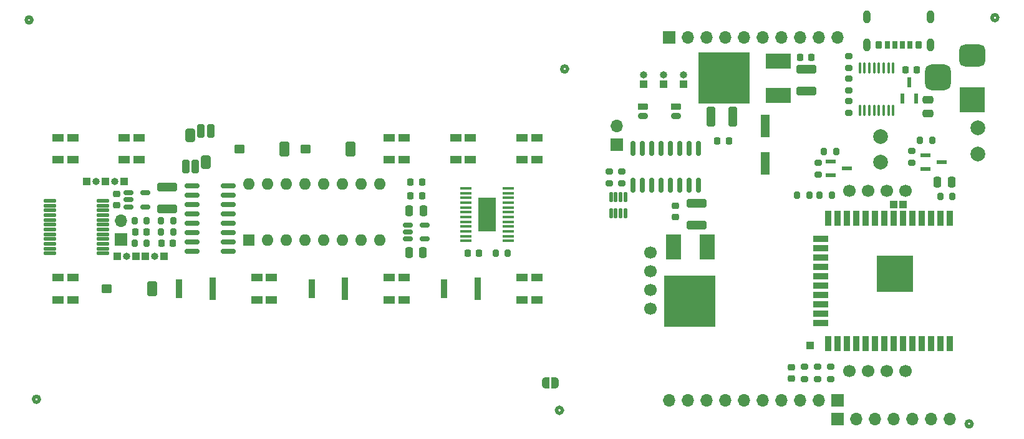
<source format=gts>
G04 #@! TF.GenerationSoftware,KiCad,Pcbnew,(6.0.5-0)*
G04 #@! TF.CreationDate,2022-08-16T03:19:52+09:00*
G04 #@! TF.ProjectId,qLAMP-main,714c414d-502d-46d6-9169-6e2e6b696361,rev?*
G04 #@! TF.SameCoordinates,Original*
G04 #@! TF.FileFunction,Soldermask,Top*
G04 #@! TF.FilePolarity,Negative*
%FSLAX46Y46*%
G04 Gerber Fmt 4.6, Leading zero omitted, Abs format (unit mm)*
G04 Created by KiCad (PCBNEW (6.0.5-0)) date 2022-08-16 03:19:52*
%MOMM*%
%LPD*%
G01*
G04 APERTURE LIST*
G04 Aperture macros list*
%AMRoundRect*
0 Rectangle with rounded corners*
0 $1 Rounding radius*
0 $2 $3 $4 $5 $6 $7 $8 $9 X,Y pos of 4 corners*
0 Add a 4 corners polygon primitive as box body*
4,1,4,$2,$3,$4,$5,$6,$7,$8,$9,$2,$3,0*
0 Add four circle primitives for the rounded corners*
1,1,$1+$1,$2,$3*
1,1,$1+$1,$4,$5*
1,1,$1+$1,$6,$7*
1,1,$1+$1,$8,$9*
0 Add four rect primitives between the rounded corners*
20,1,$1+$1,$2,$3,$4,$5,0*
20,1,$1+$1,$4,$5,$6,$7,0*
20,1,$1+$1,$6,$7,$8,$9,0*
20,1,$1+$1,$8,$9,$2,$3,0*%
%AMFreePoly0*
4,1,22,0.500000,-0.750000,0.000000,-0.750000,0.000000,-0.745033,-0.079941,-0.743568,-0.215256,-0.701293,-0.333266,-0.622738,-0.424486,-0.514219,-0.481581,-0.384460,-0.499164,-0.250000,-0.500000,-0.250000,-0.500000,0.250000,-0.499164,0.250000,-0.499963,0.256109,-0.478152,0.396186,-0.417904,0.524511,-0.324060,0.630769,-0.204165,0.706417,-0.067858,0.745374,0.000000,0.744959,0.000000,0.750000,
0.500000,0.750000,0.500000,-0.750000,0.500000,-0.750000,$1*%
%AMFreePoly1*
4,1,20,0.000000,0.744959,0.073905,0.744508,0.209726,0.703889,0.328688,0.626782,0.421226,0.519385,0.479903,0.390333,0.500000,0.250000,0.500000,-0.250000,0.499851,-0.262216,0.476331,-0.402017,0.414519,-0.529596,0.319384,-0.634700,0.198574,-0.708877,0.061801,-0.746166,0.000000,-0.745033,0.000000,-0.750000,-0.500000,-0.750000,-0.500000,0.750000,0.000000,0.750000,0.000000,0.744959,
0.000000,0.744959,$1*%
G04 Aperture macros list end*
%ADD10C,0.475000*%
%ADD11C,2.000000*%
%ADD12FreePoly0,180.000000*%
%ADD13FreePoly1,180.000000*%
%ADD14RoundRect,0.100000X-0.100000X0.637500X-0.100000X-0.637500X0.100000X-0.637500X0.100000X0.637500X0*%
%ADD15RoundRect,0.150000X-0.512500X-0.150000X0.512500X-0.150000X0.512500X0.150000X-0.512500X0.150000X0*%
%ADD16RoundRect,0.250000X-0.250000X-0.475000X0.250000X-0.475000X0.250000X0.475000X-0.250000X0.475000X0*%
%ADD17R,1.219200X3.098800*%
%ADD18RoundRect,0.225000X-0.225000X-0.250000X0.225000X-0.250000X0.225000X0.250000X-0.225000X0.250000X0*%
%ADD19RoundRect,0.250000X0.325000X1.100000X-0.325000X1.100000X-0.325000X-1.100000X0.325000X-1.100000X0*%
%ADD20RoundRect,0.225000X0.225000X0.250000X-0.225000X0.250000X-0.225000X-0.250000X0.225000X-0.250000X0*%
%ADD21RoundRect,0.250000X-1.100000X0.325000X-1.100000X-0.325000X1.100000X-0.325000X1.100000X0.325000X0*%
%ADD22RoundRect,0.225000X0.250000X-0.225000X0.250000X0.225000X-0.250000X0.225000X-0.250000X-0.225000X0*%
%ADD23RoundRect,0.250000X0.250000X0.475000X-0.250000X0.475000X-0.250000X-0.475000X0.250000X-0.475000X0*%
%ADD24RoundRect,0.250000X1.100000X-0.325000X1.100000X0.325000X-1.100000X0.325000X-1.100000X-0.325000X0*%
%ADD25RoundRect,0.111230X0.763770X0.111230X-0.763770X0.111230X-0.763770X-0.111230X0.763770X-0.111230X0*%
%ADD26RoundRect,0.225000X-0.250000X0.225000X-0.250000X-0.225000X0.250000X-0.225000X0.250000X0.225000X0*%
%ADD27RoundRect,0.111665X0.111665X-0.550835X0.111665X0.550835X-0.111665X0.550835X-0.111665X-0.550835X0*%
%ADD28RoundRect,0.200000X0.200000X0.275000X-0.200000X0.275000X-0.200000X-0.275000X0.200000X-0.275000X0*%
%ADD29RoundRect,0.200000X-0.275000X0.200000X-0.275000X-0.200000X0.275000X-0.200000X0.275000X0.200000X0*%
%ADD30RoundRect,0.150000X-0.150000X0.825000X-0.150000X-0.825000X0.150000X-0.825000X0.150000X0.825000X0*%
%ADD31R,1.320800X0.558800*%
%ADD32R,0.558800X1.320800*%
%ADD33R,2.400000X4.680000*%
%ADD34RoundRect,0.100000X0.687500X0.100000X-0.687500X0.100000X-0.687500X-0.100000X0.687500X-0.100000X0*%
%ADD35RoundRect,0.200000X-0.200000X-0.275000X0.200000X-0.275000X0.200000X0.275000X-0.200000X0.275000X0*%
%ADD36RoundRect,0.225000X-0.475000X0.225000X-0.475000X-0.225000X0.475000X-0.225000X0.475000X0.225000X0*%
%ADD37O,1.400000X0.900000*%
%ADD38R,1.000000X1.000000*%
%ADD39O,1.000000X1.000000*%
%ADD40R,1.700000X1.700000*%
%ADD41O,1.700000X1.700000*%
%ADD42R,3.500000X3.500000*%
%ADD43RoundRect,0.750000X-1.000000X0.750000X-1.000000X-0.750000X1.000000X-0.750000X1.000000X0.750000X0*%
%ADD44RoundRect,0.875000X-0.875000X0.875000X-0.875000X-0.875000X0.875000X-0.875000X0.875000X0.875000X0*%
%ADD45R,1.600000X1.000000*%
%ADD46RoundRect,0.180000X0.270000X1.370000X-0.270000X1.370000X-0.270000X-1.370000X0.270000X-1.370000X0*%
%ADD47RoundRect,0.180000X0.270000X1.120000X-0.270000X1.120000X-0.270000X-1.120000X0.270000X-1.120000X0*%
%ADD48C,1.700000*%
%ADD49RoundRect,0.260000X0.390000X-0.640000X0.390000X0.640000X-0.390000X0.640000X-0.390000X-0.640000X0*%
%ADD50RoundRect,0.200000X0.300000X-0.700000X0.300000X0.700000X-0.300000X0.700000X-0.300000X-0.700000X0*%
%ADD51RoundRect,0.035000X0.315000X0.465000X-0.315000X0.465000X-0.315000X-0.465000X0.315000X-0.465000X0*%
%ADD52RoundRect,0.040000X0.360000X0.460000X-0.360000X0.460000X-0.360000X-0.460000X0.360000X-0.460000X0*%
%ADD53O,1.000000X1.800000*%
%ADD54RoundRect,0.150000X-0.825000X-0.150000X0.825000X-0.150000X0.825000X0.150000X-0.825000X0.150000X0*%
%ADD55RoundRect,0.280000X0.420000X0.720000X-0.420000X0.720000X-0.420000X-0.720000X0.420000X-0.720000X0*%
%ADD56RoundRect,0.240000X0.460000X0.360000X-0.460000X0.360000X-0.460000X-0.360000X0.460000X-0.360000X0*%
%ADD57RoundRect,0.250000X0.475000X-0.250000X0.475000X0.250000X-0.475000X0.250000X-0.475000X-0.250000X0*%
%ADD58R,0.900000X2.000000*%
%ADD59R,2.000000X0.900000*%
%ADD60R,5.000000X5.000000*%
%ADD61R,3.500000X2.000000*%
%ADD62R,7.000000X7.000000*%
%ADD63R,1.600000X1.600000*%
%ADD64O,1.600000X1.600000*%
%ADD65R,2.000000X3.500000*%
%ADD66RoundRect,0.260000X-0.390000X0.640000X-0.390000X-0.640000X0.390000X-0.640000X0.390000X0.640000X0*%
%ADD67RoundRect,0.200000X-0.300000X0.700000X-0.300000X-0.700000X0.300000X-0.700000X0.300000X0.700000X0*%
G04 APERTURE END LIST*
D10*
X77636000Y-126500000D02*
G75*
G03*
X77636000Y-126500000I-400000J0D01*
G01*
X76636000Y-75000000D02*
G75*
G03*
X76636000Y-75000000I-400000J0D01*
G01*
X148636000Y-128000000D02*
G75*
G03*
X148636000Y-128000000I-400000J0D01*
G01*
X204260000Y-129840000D02*
G75*
G03*
X204260000Y-129840000I-400000J0D01*
G01*
X149340000Y-81660000D02*
G75*
G03*
X149340000Y-81660000I-400000J0D01*
G01*
X207750000Y-74695000D02*
G75*
G03*
X207750000Y-74695000I-400000J0D01*
G01*
D11*
X205069999Y-89680009D03*
X205069999Y-93180009D03*
D12*
X147640000Y-124280000D03*
D13*
X146340000Y-124280000D03*
D14*
X193553292Y-81537300D03*
X192903292Y-81537300D03*
X192253292Y-81537300D03*
X191603292Y-81537300D03*
X190953292Y-81537300D03*
X190303292Y-81537300D03*
X189653292Y-81537300D03*
X189003292Y-81537300D03*
X189003292Y-87262300D03*
X189653292Y-87262300D03*
X190303292Y-87262300D03*
X190953292Y-87262300D03*
X191603292Y-87262300D03*
X192253292Y-87262300D03*
X192903292Y-87262300D03*
X193553292Y-87262300D03*
D15*
X127665878Y-102840011D03*
X127665878Y-103790011D03*
X127665878Y-104740011D03*
X129940878Y-104740011D03*
X129940878Y-102840011D03*
D16*
X127853378Y-100919989D03*
X129753378Y-100919989D03*
D17*
X176200000Y-89387300D03*
X176200000Y-94492700D03*
D18*
X128028376Y-98850000D03*
X129578376Y-98850000D03*
D19*
X171795000Y-88130000D03*
X168845000Y-88130000D03*
D20*
X171235010Y-91440000D03*
X169685010Y-91440000D03*
D21*
X181790000Y-81695000D03*
X181790000Y-84645000D03*
D22*
X163940000Y-101755000D03*
X163940000Y-100205000D03*
D23*
X129733376Y-106560000D03*
X127833376Y-106560000D03*
D18*
X195195000Y-81780000D03*
X196745000Y-81780000D03*
D24*
X94990006Y-100675005D03*
X94990006Y-97725005D03*
D11*
X191850000Y-90800000D03*
X191850000Y-94300000D03*
D25*
X86295999Y-106695011D03*
X86295999Y-106045013D03*
X86295999Y-105395012D03*
X86295999Y-104745012D03*
X86295999Y-104095012D03*
X86295999Y-103445012D03*
X86295999Y-102795012D03*
X86295999Y-102145012D03*
X86295999Y-101495012D03*
X86295999Y-100845012D03*
X86295999Y-100195011D03*
X86295999Y-99545013D03*
X79095999Y-99545013D03*
X79095999Y-100195011D03*
X79095999Y-100845012D03*
X79095999Y-101495012D03*
X79095999Y-102145012D03*
X79095999Y-102795012D03*
X79095999Y-103445012D03*
X79095999Y-104095012D03*
X79095999Y-104745012D03*
X79095999Y-105395012D03*
X79095999Y-106045013D03*
X79095999Y-106695011D03*
D26*
X88080012Y-98635012D03*
X88080012Y-100185012D03*
D22*
X179705000Y-123711000D03*
X179705000Y-122161000D03*
D20*
X92174995Y-103796008D03*
X90624995Y-103796008D03*
D27*
X155235000Y-101287500D03*
X155885000Y-101287500D03*
X156535000Y-101287500D03*
X157185000Y-101287500D03*
X157185000Y-99012500D03*
X156535000Y-99012500D03*
X155885000Y-99012500D03*
X155235000Y-99012500D03*
D15*
X89732499Y-98460012D03*
X89732499Y-99410012D03*
X89732499Y-100360012D03*
X92007499Y-100360012D03*
X92007499Y-98460012D03*
D28*
X92224995Y-102272008D03*
X90574995Y-102272008D03*
D29*
X156670000Y-95535000D03*
X156670000Y-97185000D03*
X155030000Y-95545000D03*
X155030000Y-97195000D03*
D30*
X167105000Y-92465000D03*
X165835000Y-92465000D03*
X164565000Y-92465000D03*
X163295000Y-92465000D03*
X162025000Y-92465000D03*
X160755000Y-92465000D03*
X159485000Y-92465000D03*
X158215000Y-92465000D03*
X158215000Y-97415000D03*
X159485000Y-97415000D03*
X160755000Y-97415000D03*
X162025000Y-97415000D03*
X163295000Y-97415000D03*
X164565000Y-97415000D03*
X165835000Y-97415000D03*
X167105000Y-97415000D03*
D18*
X128028376Y-97050000D03*
X129578376Y-97050000D03*
D31*
X197927800Y-93340200D03*
X197927800Y-95219800D03*
X200112200Y-94280000D03*
X185087800Y-94180200D03*
X185087800Y-96059800D03*
X187272200Y-95120000D03*
D32*
X194820200Y-85652200D03*
X196699800Y-85652200D03*
X195760000Y-83467800D03*
D33*
X138410000Y-101440000D03*
D34*
X141272500Y-105015000D03*
X141272500Y-104365000D03*
X141272500Y-103715000D03*
X141272500Y-103065000D03*
X141272500Y-102415000D03*
X141272500Y-101765000D03*
X141272500Y-101115000D03*
X141272500Y-100465000D03*
X141272500Y-99815000D03*
X141272500Y-99165000D03*
X141272500Y-98515000D03*
X141272500Y-97865000D03*
X135547500Y-97865000D03*
X135547500Y-98515000D03*
X135547500Y-99165000D03*
X135547500Y-99815000D03*
X135547500Y-100465000D03*
X135547500Y-101115000D03*
X135547500Y-101765000D03*
X135547500Y-102415000D03*
X135547500Y-103065000D03*
X135547500Y-103715000D03*
X135547500Y-104365000D03*
X135547500Y-105015000D03*
D35*
X180531000Y-98819995D03*
X182181000Y-98819995D03*
D23*
X201475000Y-97020000D03*
X199575000Y-97020000D03*
D36*
X164035003Y-86795000D03*
D37*
X164035003Y-88045000D03*
D36*
X159590003Y-86795000D03*
D37*
X159590003Y-88045000D03*
D38*
X165106960Y-83749058D03*
D39*
X165106960Y-82479058D03*
D38*
X162376968Y-83749058D03*
D39*
X162376968Y-82479058D03*
D38*
X159646950Y-83749058D03*
D39*
X159646950Y-82479058D03*
D40*
X156020008Y-91915005D03*
D41*
X156020008Y-89375005D03*
D28*
X198845000Y-91305000D03*
X197195000Y-91305000D03*
X185815000Y-92860000D03*
X184165000Y-92860000D03*
D29*
X187500006Y-79896200D03*
X187500006Y-81546200D03*
X187500006Y-82944200D03*
X187500006Y-84594200D03*
X196100000Y-92745000D03*
X196100000Y-94395000D03*
X183390000Y-94365000D03*
X183390000Y-96015000D03*
D35*
X139574998Y-106699991D03*
X141224998Y-106699991D03*
D28*
X201575000Y-98940000D03*
X199925000Y-98940000D03*
D29*
X187500006Y-85992200D03*
X187500006Y-87642200D03*
D18*
X135785001Y-106699991D03*
X137335001Y-106699991D03*
D24*
X166870000Y-102825000D03*
X166870000Y-99875000D03*
D18*
X180905000Y-80050000D03*
X182455000Y-80050000D03*
D42*
X204295792Y-85809800D03*
D43*
X204295792Y-79809800D03*
D44*
X199595792Y-82809800D03*
D29*
X185039000Y-122111000D03*
X185039000Y-123761000D03*
D45*
X89157211Y-91002066D03*
X89157211Y-94002066D03*
X134157211Y-91002066D03*
X134157211Y-94002066D03*
X127157211Y-113001633D03*
X127157211Y-110001633D03*
X136157211Y-91002066D03*
X136157211Y-94002066D03*
X143157211Y-91002066D03*
X143157211Y-94002066D03*
D46*
X101122212Y-111501633D03*
D47*
X96592212Y-111501633D03*
D48*
X187611003Y-98175006D03*
X190151003Y-98175006D03*
X192691003Y-98175006D03*
X195231003Y-98175006D03*
X187611003Y-122675006D03*
X190151003Y-122675006D03*
X192691003Y-122675006D03*
X195231003Y-122675006D03*
X160611003Y-106615006D03*
X160611003Y-109155006D03*
X160611003Y-111695006D03*
X160611003Y-114235006D03*
D49*
X100236001Y-94300000D03*
D50*
X100886001Y-90100000D03*
X99586001Y-90100000D03*
D29*
X181483000Y-122111000D03*
X181483000Y-123761000D03*
D45*
X125157211Y-113001633D03*
X125157211Y-110001633D03*
D51*
X194788282Y-78419792D03*
X192788282Y-78419792D03*
D52*
X191588282Y-78419792D03*
D51*
X193788282Y-78419792D03*
X195788282Y-78419792D03*
D52*
X196988282Y-78419792D03*
D53*
X198608282Y-78419792D03*
X198608282Y-74619792D03*
X189968282Y-78419792D03*
X189968282Y-74619792D03*
D54*
X98335009Y-97554999D03*
X98335009Y-98824999D03*
X98335009Y-100094999D03*
X98335009Y-101364999D03*
X98335009Y-102634999D03*
X98335009Y-103904999D03*
X98335009Y-105174999D03*
X98335009Y-106444999D03*
X103285009Y-106444999D03*
X103285009Y-105174999D03*
X103285009Y-103904999D03*
X103285009Y-102634999D03*
X103285009Y-101364999D03*
X103285009Y-100094999D03*
X103285009Y-98824999D03*
X103285009Y-97554999D03*
D40*
X186001000Y-126628000D03*
D41*
X183461000Y-126628000D03*
X180921000Y-126628000D03*
X178381000Y-126628000D03*
X175841000Y-126628000D03*
X173301000Y-126628000D03*
X170761000Y-126628000D03*
X168221000Y-126628000D03*
X165681000Y-126628000D03*
X163141000Y-126628000D03*
D45*
X82157211Y-113001633D03*
X82157211Y-110001633D03*
D46*
X119122212Y-111501633D03*
D47*
X114592212Y-111501633D03*
D45*
X109157211Y-113001633D03*
X109157211Y-110001633D03*
D35*
X94165006Y-103796008D03*
X95815006Y-103796008D03*
D55*
X119907212Y-92502066D03*
D56*
X113807212Y-92502066D03*
D55*
X110907212Y-92502066D03*
D56*
X104807212Y-92502066D03*
D45*
X80157211Y-91002066D03*
X80157211Y-94002066D03*
D57*
X198308292Y-87719800D03*
X198308292Y-85819800D03*
D58*
X201261000Y-101920000D03*
X199991000Y-101920000D03*
X198721000Y-101920000D03*
X197451000Y-101920000D03*
X196181000Y-101920000D03*
X194910989Y-101919989D03*
X193640989Y-101919989D03*
X192371000Y-101920000D03*
X191101000Y-101920000D03*
X189831000Y-101920000D03*
X188561000Y-101920000D03*
X187291000Y-101920000D03*
X186021000Y-101920000D03*
X184751000Y-101920000D03*
D59*
X183751000Y-104705000D03*
X183751000Y-105975000D03*
X183751000Y-107245000D03*
X183751000Y-108515000D03*
X183751000Y-109785000D03*
X183751000Y-111055000D03*
X183751000Y-112325000D03*
X183751000Y-113595000D03*
X183751000Y-114865000D03*
X183751000Y-116135000D03*
D58*
X184751000Y-118920000D03*
X186021000Y-118920000D03*
X187291000Y-118920000D03*
X188561000Y-118920000D03*
X189831000Y-118920000D03*
X191101000Y-118920000D03*
X192371000Y-118920000D03*
X193641000Y-118920000D03*
X194911000Y-118920000D03*
X196181000Y-118920000D03*
X197451000Y-118920000D03*
X198721000Y-118920000D03*
X199991000Y-118920000D03*
X201261000Y-118920000D03*
D60*
X193761000Y-109420000D03*
D45*
X80157211Y-113001633D03*
X80157211Y-110001633D03*
D40*
X186000993Y-129200000D03*
D41*
X188540993Y-129200000D03*
X191080993Y-129200000D03*
X193620993Y-129200000D03*
X196160993Y-129200000D03*
X198701000Y-129199996D03*
X201240993Y-129200000D03*
D35*
X183579000Y-98819995D03*
X185229000Y-98819995D03*
D55*
X92907212Y-111501633D03*
D56*
X86807212Y-111501633D03*
D45*
X127157211Y-91002066D03*
X127157211Y-94002066D03*
D40*
X163141000Y-77372000D03*
D41*
X165681000Y-77372000D03*
X168221000Y-77372000D03*
X170761000Y-77372000D03*
X173301000Y-77372000D03*
X175841000Y-77372000D03*
X178381000Y-77372000D03*
X180921000Y-77372000D03*
X183461000Y-77372000D03*
X186001000Y-77372000D03*
D45*
X125157211Y-91002066D03*
X125157211Y-94002066D03*
D20*
X95765006Y-105320008D03*
X94215006Y-105320008D03*
D45*
X145157211Y-113001633D03*
X145157211Y-110001633D03*
D29*
X183261000Y-122111000D03*
X183261000Y-123761000D03*
D61*
X177945000Y-85210000D03*
X177945000Y-80630000D03*
D62*
X170545000Y-82910000D03*
D63*
X106029989Y-104929991D03*
D64*
X108569989Y-104929991D03*
X111109989Y-104929991D03*
X113649989Y-104929991D03*
X116189989Y-104929991D03*
X118729989Y-104929991D03*
X121269989Y-104929991D03*
X123809989Y-104929991D03*
X123809989Y-97309991D03*
X121269989Y-97309991D03*
X118729989Y-97309991D03*
X116189989Y-97309991D03*
X113649989Y-97309991D03*
X111109989Y-97309991D03*
X108569989Y-97309991D03*
X106029989Y-97309991D03*
D35*
X94165006Y-102272008D03*
X95815006Y-102272008D03*
D65*
X168270000Y-105815000D03*
X163690000Y-105815000D03*
D62*
X165970000Y-113215000D03*
D35*
X90574995Y-105320008D03*
X92224995Y-105320008D03*
D45*
X91157211Y-91002066D03*
X91157211Y-94002066D03*
X145157211Y-91002066D03*
X145157211Y-94002066D03*
X82157211Y-91002066D03*
X82157211Y-94002066D03*
X107157211Y-113001633D03*
X107157211Y-110001633D03*
D66*
X98136001Y-90700000D03*
D67*
X97486001Y-94900000D03*
X98786001Y-94900000D03*
D40*
X88719990Y-104785008D03*
D41*
X88719990Y-102245008D03*
D45*
X143157211Y-113001633D03*
X143157211Y-110001633D03*
D46*
X137122212Y-111501633D03*
D47*
X132592212Y-111501633D03*
D38*
X88240000Y-107050000D03*
X94590009Y-107050012D03*
X193640989Y-100070006D03*
X89166011Y-96930033D03*
X84085995Y-96930009D03*
D39*
X85355995Y-96930009D03*
D38*
X182280001Y-119160011D03*
X90780000Y-107050000D03*
D39*
X89510000Y-107050000D03*
D38*
X92050000Y-107050000D03*
D39*
X93320000Y-107050000D03*
D38*
X194910989Y-100070006D03*
X86625995Y-96930009D03*
D39*
X87896003Y-96930021D03*
M02*

</source>
